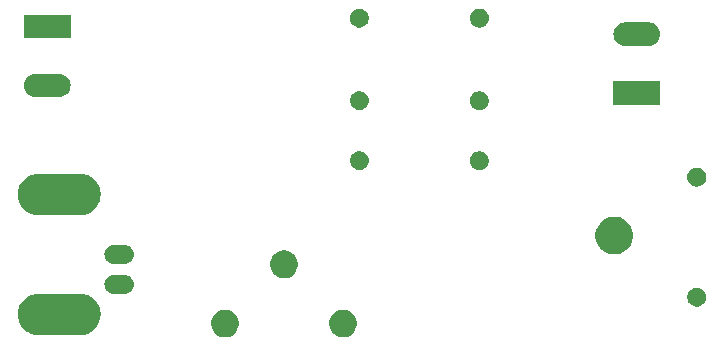
<source format=gbr>
G04 #@! TF.GenerationSoftware,KiCad,Pcbnew,5.0.2-bee76a0~70~ubuntu18.04.1*
G04 #@! TF.CreationDate,2019-02-20T20:53:16+00:00*
G04 #@! TF.ProjectId,led_driver,6c65645f-6472-4697-9665-722e6b696361,rev?*
G04 #@! TF.SameCoordinates,Original*
G04 #@! TF.FileFunction,Soldermask,Bot*
G04 #@! TF.FilePolarity,Negative*
%FSLAX46Y46*%
G04 Gerber Fmt 4.6, Leading zero omitted, Abs format (unit mm)*
G04 Created by KiCad (PCBNEW 5.0.2-bee76a0~70~ubuntu18.04.1) date Wed 20 Feb 2019 20:53:16 GMT*
%MOMM*%
%LPD*%
G01*
G04 APERTURE LIST*
%ADD10C,0.100000*%
G04 APERTURE END LIST*
D10*
G36*
X193284774Y-96474462D02*
X193497704Y-96562660D01*
X193689333Y-96690703D01*
X193852297Y-96853667D01*
X193980340Y-97045296D01*
X194068538Y-97258226D01*
X194113500Y-97484264D01*
X194113500Y-97714736D01*
X194068538Y-97940774D01*
X193980340Y-98153704D01*
X193852297Y-98345333D01*
X193689333Y-98508297D01*
X193497704Y-98636340D01*
X193284774Y-98724538D01*
X193058736Y-98769500D01*
X192828264Y-98769500D01*
X192602226Y-98724538D01*
X192389296Y-98636340D01*
X192197667Y-98508297D01*
X192034703Y-98345333D01*
X191906660Y-98153704D01*
X191818462Y-97940774D01*
X191773500Y-97714736D01*
X191773500Y-97484264D01*
X191818462Y-97258226D01*
X191906660Y-97045296D01*
X192034703Y-96853667D01*
X192197667Y-96690703D01*
X192389296Y-96562660D01*
X192602226Y-96474462D01*
X192828264Y-96429500D01*
X193058736Y-96429500D01*
X193284774Y-96474462D01*
X193284774Y-96474462D01*
G37*
G36*
X183284774Y-96474462D02*
X183497704Y-96562660D01*
X183689333Y-96690703D01*
X183852297Y-96853667D01*
X183980340Y-97045296D01*
X184068538Y-97258226D01*
X184113500Y-97484264D01*
X184113500Y-97714736D01*
X184068538Y-97940774D01*
X183980340Y-98153704D01*
X183852297Y-98345333D01*
X183689333Y-98508297D01*
X183497704Y-98636340D01*
X183284774Y-98724538D01*
X183058736Y-98769500D01*
X182828264Y-98769500D01*
X182602226Y-98724538D01*
X182389296Y-98636340D01*
X182197667Y-98508297D01*
X182034703Y-98345333D01*
X181906660Y-98153704D01*
X181818462Y-97940774D01*
X181773500Y-97714736D01*
X181773500Y-97484264D01*
X181818462Y-97258226D01*
X181906660Y-97045296D01*
X182034703Y-96853667D01*
X182197667Y-96690703D01*
X182389296Y-96562660D01*
X182602226Y-96474462D01*
X182828264Y-96429500D01*
X183058736Y-96429500D01*
X183284774Y-96474462D01*
X183284774Y-96474462D01*
G37*
G36*
X170831665Y-95095940D02*
X171003060Y-95112821D01*
X171222977Y-95179532D01*
X171332937Y-95212888D01*
X171492553Y-95298205D01*
X171636952Y-95375388D01*
X171903424Y-95594076D01*
X172122112Y-95860548D01*
X172136236Y-95886973D01*
X172284612Y-96164563D01*
X172317968Y-96274523D01*
X172384679Y-96494440D01*
X172418467Y-96837500D01*
X172384679Y-97180560D01*
X172361119Y-97258226D01*
X172284612Y-97510437D01*
X172197753Y-97672937D01*
X172122112Y-97814452D01*
X171903424Y-98080924D01*
X171636952Y-98299612D01*
X171551414Y-98345333D01*
X171332937Y-98462112D01*
X171222977Y-98495468D01*
X171003060Y-98562179D01*
X170831665Y-98579060D01*
X170745969Y-98587500D01*
X167074031Y-98587500D01*
X166988335Y-98579060D01*
X166816940Y-98562179D01*
X166597023Y-98495468D01*
X166487063Y-98462112D01*
X166268586Y-98345333D01*
X166183048Y-98299612D01*
X165916576Y-98080924D01*
X165697888Y-97814452D01*
X165622247Y-97672937D01*
X165535388Y-97510437D01*
X165458881Y-97258226D01*
X165435321Y-97180560D01*
X165401533Y-96837500D01*
X165435321Y-96494440D01*
X165502032Y-96274523D01*
X165535388Y-96164563D01*
X165683764Y-95886973D01*
X165697888Y-95860548D01*
X165916576Y-95594076D01*
X166183048Y-95375388D01*
X166327447Y-95298205D01*
X166487063Y-95212888D01*
X166597023Y-95179532D01*
X166816940Y-95112821D01*
X166988335Y-95095940D01*
X167074031Y-95087500D01*
X170745969Y-95087500D01*
X170831665Y-95095940D01*
X170831665Y-95095940D01*
G37*
G36*
X223118352Y-94607743D02*
X223263941Y-94668048D01*
X223394973Y-94755601D01*
X223506399Y-94867027D01*
X223593952Y-94998059D01*
X223654257Y-95143648D01*
X223685000Y-95298205D01*
X223685000Y-95455795D01*
X223654257Y-95610352D01*
X223593952Y-95755941D01*
X223506399Y-95886973D01*
X223394973Y-95998399D01*
X223263941Y-96085952D01*
X223118352Y-96146257D01*
X222963795Y-96177000D01*
X222806205Y-96177000D01*
X222651648Y-96146257D01*
X222506059Y-96085952D01*
X222375027Y-95998399D01*
X222263601Y-95886973D01*
X222176048Y-95755941D01*
X222115743Y-95610352D01*
X222085000Y-95455795D01*
X222085000Y-95298205D01*
X222115743Y-95143648D01*
X222176048Y-94998059D01*
X222263601Y-94867027D01*
X222375027Y-94755601D01*
X222506059Y-94668048D01*
X222651648Y-94607743D01*
X222806205Y-94577000D01*
X222963795Y-94577000D01*
X223118352Y-94607743D01*
X223118352Y-94607743D01*
G37*
G36*
X174557649Y-93505217D02*
X174596827Y-93509076D01*
X174672228Y-93531949D01*
X174747629Y-93554821D01*
X174886608Y-93629108D01*
X175008422Y-93729078D01*
X175108392Y-93850892D01*
X175182679Y-93989871D01*
X175228424Y-94140674D01*
X175243870Y-94297500D01*
X175228424Y-94454326D01*
X175182679Y-94605129D01*
X175108392Y-94744108D01*
X175008422Y-94865922D01*
X174886608Y-94965892D01*
X174747629Y-95040179D01*
X174672228Y-95063051D01*
X174596827Y-95085924D01*
X174580825Y-95087500D01*
X174479295Y-95097500D01*
X173500705Y-95097500D01*
X173399175Y-95087500D01*
X173383173Y-95085924D01*
X173307772Y-95063051D01*
X173232371Y-95040179D01*
X173093392Y-94965892D01*
X172971578Y-94865922D01*
X172871608Y-94744108D01*
X172797321Y-94605129D01*
X172751576Y-94454326D01*
X172736130Y-94297500D01*
X172751576Y-94140674D01*
X172797321Y-93989871D01*
X172871608Y-93850892D01*
X172971578Y-93729078D01*
X173093392Y-93629108D01*
X173232371Y-93554821D01*
X173307772Y-93531949D01*
X173383173Y-93509076D01*
X173422351Y-93505217D01*
X173500705Y-93497500D01*
X174479295Y-93497500D01*
X174557649Y-93505217D01*
X174557649Y-93505217D01*
G37*
G36*
X188284774Y-91474462D02*
X188497704Y-91562660D01*
X188689333Y-91690703D01*
X188852297Y-91853667D01*
X188980340Y-92045296D01*
X189068538Y-92258226D01*
X189113500Y-92484264D01*
X189113500Y-92714736D01*
X189068538Y-92940774D01*
X188980340Y-93153704D01*
X188852297Y-93345333D01*
X188689333Y-93508297D01*
X188497704Y-93636340D01*
X188284774Y-93724538D01*
X188058736Y-93769500D01*
X187828264Y-93769500D01*
X187602226Y-93724538D01*
X187389296Y-93636340D01*
X187197667Y-93508297D01*
X187034703Y-93345333D01*
X186906660Y-93153704D01*
X186818462Y-92940774D01*
X186773500Y-92714736D01*
X186773500Y-92484264D01*
X186818462Y-92258226D01*
X186906660Y-92045296D01*
X187034703Y-91853667D01*
X187197667Y-91690703D01*
X187389296Y-91562660D01*
X187602226Y-91474462D01*
X187828264Y-91429500D01*
X188058736Y-91429500D01*
X188284774Y-91474462D01*
X188284774Y-91474462D01*
G37*
G36*
X174557649Y-90965217D02*
X174596827Y-90969076D01*
X174672227Y-90991948D01*
X174747629Y-91014821D01*
X174886608Y-91089108D01*
X175008422Y-91189078D01*
X175108392Y-91310892D01*
X175182679Y-91449871D01*
X175228424Y-91600674D01*
X175243870Y-91757500D01*
X175228424Y-91914326D01*
X175182679Y-92065129D01*
X175108392Y-92204108D01*
X175008422Y-92325922D01*
X174886608Y-92425892D01*
X174747629Y-92500179D01*
X174672228Y-92523051D01*
X174596827Y-92545924D01*
X174557649Y-92549783D01*
X174479295Y-92557500D01*
X173500705Y-92557500D01*
X173422351Y-92549783D01*
X173383173Y-92545924D01*
X173307772Y-92523051D01*
X173232371Y-92500179D01*
X173093392Y-92425892D01*
X172971578Y-92325922D01*
X172871608Y-92204108D01*
X172797321Y-92065129D01*
X172751576Y-91914326D01*
X172736130Y-91757500D01*
X172751576Y-91600674D01*
X172797321Y-91449871D01*
X172871608Y-91310892D01*
X172971578Y-91189078D01*
X173093392Y-91089108D01*
X173232371Y-91014821D01*
X173307773Y-90991948D01*
X173383173Y-90969076D01*
X173422351Y-90965217D01*
X173500705Y-90957500D01*
X174479295Y-90957500D01*
X174557649Y-90965217D01*
X174557649Y-90965217D01*
G37*
G36*
X216366703Y-88631486D02*
X216657883Y-88752097D01*
X216919944Y-88927201D01*
X217142799Y-89150056D01*
X217317903Y-89412117D01*
X217438514Y-89703297D01*
X217500000Y-90012412D01*
X217500000Y-90327588D01*
X217438514Y-90636703D01*
X217317903Y-90927883D01*
X217142799Y-91189944D01*
X216919944Y-91412799D01*
X216657883Y-91587903D01*
X216366703Y-91708514D01*
X216057588Y-91770000D01*
X215742412Y-91770000D01*
X215433297Y-91708514D01*
X215142117Y-91587903D01*
X214880056Y-91412799D01*
X214657201Y-91189944D01*
X214482097Y-90927883D01*
X214361486Y-90636703D01*
X214300000Y-90327588D01*
X214300000Y-90012412D01*
X214361486Y-89703297D01*
X214482097Y-89412117D01*
X214657201Y-89150056D01*
X214880056Y-88927201D01*
X215142117Y-88752097D01*
X215433297Y-88631486D01*
X215742412Y-88570000D01*
X216057588Y-88570000D01*
X216366703Y-88631486D01*
X216366703Y-88631486D01*
G37*
G36*
X170831665Y-84935940D02*
X171003060Y-84952821D01*
X171222977Y-85019532D01*
X171332937Y-85052888D01*
X171495437Y-85139747D01*
X171636952Y-85215388D01*
X171636954Y-85215389D01*
X171636953Y-85215389D01*
X171903424Y-85434076D01*
X172122111Y-85700547D01*
X172284612Y-86004563D01*
X172317968Y-86114523D01*
X172384679Y-86334440D01*
X172418467Y-86677500D01*
X172384679Y-87020560D01*
X172317968Y-87240477D01*
X172284612Y-87350437D01*
X172197753Y-87512937D01*
X172122112Y-87654452D01*
X171903424Y-87920924D01*
X171636952Y-88139612D01*
X171495437Y-88215253D01*
X171332937Y-88302112D01*
X171222977Y-88335468D01*
X171003060Y-88402179D01*
X170831665Y-88419060D01*
X170745969Y-88427500D01*
X167074031Y-88427500D01*
X166988335Y-88419060D01*
X166816940Y-88402179D01*
X166597023Y-88335468D01*
X166487063Y-88302112D01*
X166324563Y-88215253D01*
X166183048Y-88139612D01*
X165916576Y-87920924D01*
X165697888Y-87654452D01*
X165622247Y-87512937D01*
X165535388Y-87350437D01*
X165502032Y-87240477D01*
X165435321Y-87020560D01*
X165401533Y-86677500D01*
X165435321Y-86334440D01*
X165502032Y-86114523D01*
X165535388Y-86004563D01*
X165697889Y-85700547D01*
X165916576Y-85434076D01*
X166183047Y-85215389D01*
X166183046Y-85215389D01*
X166183048Y-85215388D01*
X166324563Y-85139747D01*
X166487063Y-85052888D01*
X166597023Y-85019532D01*
X166816940Y-84952821D01*
X166988335Y-84935940D01*
X167074031Y-84927500D01*
X170745969Y-84927500D01*
X170831665Y-84935940D01*
X170831665Y-84935940D01*
G37*
G36*
X223002649Y-84424717D02*
X223041827Y-84428576D01*
X223084105Y-84441401D01*
X223192629Y-84474321D01*
X223331608Y-84548608D01*
X223453422Y-84648578D01*
X223553392Y-84770392D01*
X223627679Y-84909371D01*
X223673424Y-85060174D01*
X223688870Y-85217000D01*
X223673424Y-85373826D01*
X223627679Y-85524629D01*
X223553392Y-85663608D01*
X223453422Y-85785422D01*
X223331608Y-85885392D01*
X223192629Y-85959679D01*
X223117228Y-85982551D01*
X223041827Y-86005424D01*
X223002649Y-86009283D01*
X222924295Y-86017000D01*
X222845705Y-86017000D01*
X222767351Y-86009283D01*
X222728173Y-86005424D01*
X222652772Y-85982551D01*
X222577371Y-85959679D01*
X222438392Y-85885392D01*
X222316578Y-85785422D01*
X222216608Y-85663608D01*
X222142321Y-85524629D01*
X222096576Y-85373826D01*
X222081130Y-85217000D01*
X222096576Y-85060174D01*
X222142321Y-84909371D01*
X222216608Y-84770392D01*
X222316578Y-84648578D01*
X222438392Y-84548608D01*
X222577371Y-84474321D01*
X222685895Y-84441401D01*
X222728173Y-84428576D01*
X222767351Y-84424717D01*
X222845705Y-84417000D01*
X222924295Y-84417000D01*
X223002649Y-84424717D01*
X223002649Y-84424717D01*
G37*
G36*
X194427649Y-83027717D02*
X194466827Y-83031576D01*
X194530012Y-83050743D01*
X194617629Y-83077321D01*
X194756608Y-83151608D01*
X194878422Y-83251578D01*
X194978392Y-83373392D01*
X195052679Y-83512371D01*
X195098424Y-83663174D01*
X195113870Y-83820000D01*
X195098424Y-83976826D01*
X195052679Y-84127629D01*
X194978392Y-84266608D01*
X194878422Y-84388422D01*
X194756608Y-84488392D01*
X194617629Y-84562679D01*
X194542227Y-84585552D01*
X194466827Y-84608424D01*
X194427649Y-84612283D01*
X194349295Y-84620000D01*
X194270705Y-84620000D01*
X194192351Y-84612283D01*
X194153173Y-84608424D01*
X194077773Y-84585552D01*
X194002371Y-84562679D01*
X193863392Y-84488392D01*
X193741578Y-84388422D01*
X193641608Y-84266608D01*
X193567321Y-84127629D01*
X193521576Y-83976826D01*
X193506130Y-83820000D01*
X193521576Y-83663174D01*
X193567321Y-83512371D01*
X193641608Y-83373392D01*
X193741578Y-83251578D01*
X193863392Y-83151608D01*
X194002371Y-83077321D01*
X194089988Y-83050743D01*
X194153173Y-83031576D01*
X194192351Y-83027717D01*
X194270705Y-83020000D01*
X194349295Y-83020000D01*
X194427649Y-83027717D01*
X194427649Y-83027717D01*
G37*
G36*
X204703352Y-83050743D02*
X204848941Y-83111048D01*
X204979973Y-83198601D01*
X205091399Y-83310027D01*
X205178952Y-83441059D01*
X205239257Y-83586648D01*
X205270000Y-83741205D01*
X205270000Y-83898795D01*
X205239257Y-84053352D01*
X205178952Y-84198941D01*
X205091399Y-84329973D01*
X204979973Y-84441399D01*
X204848941Y-84528952D01*
X204703352Y-84589257D01*
X204548795Y-84620000D01*
X204391205Y-84620000D01*
X204236648Y-84589257D01*
X204091059Y-84528952D01*
X203960027Y-84441399D01*
X203848601Y-84329973D01*
X203761048Y-84198941D01*
X203700743Y-84053352D01*
X203670000Y-83898795D01*
X203670000Y-83741205D01*
X203700743Y-83586648D01*
X203761048Y-83441059D01*
X203848601Y-83310027D01*
X203960027Y-83198601D01*
X204091059Y-83111048D01*
X204236648Y-83050743D01*
X204391205Y-83020000D01*
X204548795Y-83020000D01*
X204703352Y-83050743D01*
X204703352Y-83050743D01*
G37*
G36*
X194427649Y-77947717D02*
X194466827Y-77951576D01*
X194530012Y-77970743D01*
X194617629Y-77997321D01*
X194756608Y-78071608D01*
X194878422Y-78171578D01*
X194978392Y-78293392D01*
X195052679Y-78432371D01*
X195098424Y-78583174D01*
X195113870Y-78740000D01*
X195098424Y-78896826D01*
X195052679Y-79047629D01*
X194978392Y-79186608D01*
X194878422Y-79308422D01*
X194756608Y-79408392D01*
X194617629Y-79482679D01*
X194542227Y-79505552D01*
X194466827Y-79528424D01*
X194427649Y-79532283D01*
X194349295Y-79540000D01*
X194270705Y-79540000D01*
X194192351Y-79532283D01*
X194153173Y-79528424D01*
X194077772Y-79505551D01*
X194002371Y-79482679D01*
X193863392Y-79408392D01*
X193741578Y-79308422D01*
X193641608Y-79186608D01*
X193567321Y-79047629D01*
X193521576Y-78896826D01*
X193506130Y-78740000D01*
X193521576Y-78583174D01*
X193567321Y-78432371D01*
X193641608Y-78293392D01*
X193741578Y-78171578D01*
X193863392Y-78071608D01*
X194002371Y-77997321D01*
X194089988Y-77970743D01*
X194153173Y-77951576D01*
X194192351Y-77947717D01*
X194270705Y-77940000D01*
X194349295Y-77940000D01*
X194427649Y-77947717D01*
X194427649Y-77947717D01*
G37*
G36*
X204703352Y-77970743D02*
X204848941Y-78031048D01*
X204979973Y-78118601D01*
X205091399Y-78230027D01*
X205178952Y-78361059D01*
X205239257Y-78506648D01*
X205270000Y-78661205D01*
X205270000Y-78818795D01*
X205239257Y-78973352D01*
X205178952Y-79118941D01*
X205091399Y-79249973D01*
X204979973Y-79361399D01*
X204848941Y-79448952D01*
X204703352Y-79509257D01*
X204548795Y-79540000D01*
X204391205Y-79540000D01*
X204236648Y-79509257D01*
X204091059Y-79448952D01*
X203960027Y-79361399D01*
X203848601Y-79249973D01*
X203761048Y-79118941D01*
X203700743Y-78973352D01*
X203670000Y-78818795D01*
X203670000Y-78661205D01*
X203700743Y-78506648D01*
X203761048Y-78361059D01*
X203848601Y-78230027D01*
X203960027Y-78118601D01*
X204091059Y-78031048D01*
X204236648Y-77970743D01*
X204391205Y-77940000D01*
X204548795Y-77940000D01*
X204703352Y-77970743D01*
X204703352Y-77970743D01*
G37*
G36*
X219785000Y-79095000D02*
X215825000Y-79095000D01*
X215825000Y-77115000D01*
X219785000Y-77115000D01*
X219785000Y-79095000D01*
X219785000Y-79095000D01*
G37*
G36*
X169078070Y-76477824D02*
X169078073Y-76477825D01*
X169078074Y-76477825D01*
X169264690Y-76534434D01*
X169436676Y-76626362D01*
X169587423Y-76750077D01*
X169711138Y-76900824D01*
X169798930Y-77065073D01*
X169803065Y-77072808D01*
X169859676Y-77259430D01*
X169878790Y-77453500D01*
X169859676Y-77647570D01*
X169859675Y-77647573D01*
X169859675Y-77647574D01*
X169803066Y-77834190D01*
X169711138Y-78006176D01*
X169587423Y-78156923D01*
X169436676Y-78280638D01*
X169264690Y-78372566D01*
X169078074Y-78429175D01*
X169078073Y-78429175D01*
X169078070Y-78429176D01*
X168932636Y-78443500D01*
X166855364Y-78443500D01*
X166709930Y-78429176D01*
X166709927Y-78429175D01*
X166709926Y-78429175D01*
X166523310Y-78372566D01*
X166351324Y-78280638D01*
X166200577Y-78156923D01*
X166076862Y-78006176D01*
X165984934Y-77834190D01*
X165928325Y-77647574D01*
X165928325Y-77647573D01*
X165928324Y-77647570D01*
X165909210Y-77453500D01*
X165928324Y-77259430D01*
X165984935Y-77072808D01*
X165989070Y-77065073D01*
X166076862Y-76900824D01*
X166200577Y-76750077D01*
X166351324Y-76626362D01*
X166523310Y-76534434D01*
X166709926Y-76477825D01*
X166709927Y-76477825D01*
X166709930Y-76477824D01*
X166855364Y-76463500D01*
X168932636Y-76463500D01*
X169078070Y-76477824D01*
X169078070Y-76477824D01*
G37*
G36*
X218989070Y-72129324D02*
X218989073Y-72129325D01*
X218989074Y-72129325D01*
X219175690Y-72185934D01*
X219347676Y-72277862D01*
X219498423Y-72401577D01*
X219622138Y-72552324D01*
X219709930Y-72716573D01*
X219714065Y-72724308D01*
X219770676Y-72910930D01*
X219789790Y-73105000D01*
X219770676Y-73299070D01*
X219770675Y-73299073D01*
X219770675Y-73299074D01*
X219714066Y-73485690D01*
X219622138Y-73657676D01*
X219498423Y-73808423D01*
X219347676Y-73932138D01*
X219175690Y-74024066D01*
X218989074Y-74080675D01*
X218989073Y-74080675D01*
X218989070Y-74080676D01*
X218843636Y-74095000D01*
X216766364Y-74095000D01*
X216620930Y-74080676D01*
X216620927Y-74080675D01*
X216620926Y-74080675D01*
X216434310Y-74024066D01*
X216262324Y-73932138D01*
X216111577Y-73808423D01*
X215987862Y-73657676D01*
X215895934Y-73485690D01*
X215839325Y-73299074D01*
X215839325Y-73299073D01*
X215839324Y-73299070D01*
X215820210Y-73105000D01*
X215839324Y-72910930D01*
X215895935Y-72724308D01*
X215900070Y-72716573D01*
X215987862Y-72552324D01*
X216111577Y-72401577D01*
X216262324Y-72277862D01*
X216434310Y-72185934D01*
X216620926Y-72129325D01*
X216620927Y-72129325D01*
X216620930Y-72129324D01*
X216766364Y-72115000D01*
X218843636Y-72115000D01*
X218989070Y-72129324D01*
X218989070Y-72129324D01*
G37*
G36*
X169874000Y-73443500D02*
X165914000Y-73443500D01*
X165914000Y-71463500D01*
X169874000Y-71463500D01*
X169874000Y-73443500D01*
X169874000Y-73443500D01*
G37*
G36*
X204587649Y-70962717D02*
X204626827Y-70966576D01*
X204690012Y-70985743D01*
X204777629Y-71012321D01*
X204916608Y-71086608D01*
X205038422Y-71186578D01*
X205138392Y-71308392D01*
X205212679Y-71447371D01*
X205258424Y-71598174D01*
X205273870Y-71755000D01*
X205258424Y-71911826D01*
X205212679Y-72062629D01*
X205138392Y-72201608D01*
X205038422Y-72323422D01*
X204916608Y-72423392D01*
X204777629Y-72497679D01*
X204702228Y-72520551D01*
X204626827Y-72543424D01*
X204587649Y-72547283D01*
X204509295Y-72555000D01*
X204430705Y-72555000D01*
X204352351Y-72547283D01*
X204313173Y-72543424D01*
X204237773Y-72520552D01*
X204162371Y-72497679D01*
X204023392Y-72423392D01*
X203901578Y-72323422D01*
X203801608Y-72201608D01*
X203727321Y-72062629D01*
X203681576Y-71911826D01*
X203666130Y-71755000D01*
X203681576Y-71598174D01*
X203727321Y-71447371D01*
X203801608Y-71308392D01*
X203901578Y-71186578D01*
X204023392Y-71086608D01*
X204162371Y-71012321D01*
X204249988Y-70985743D01*
X204313173Y-70966576D01*
X204352351Y-70962717D01*
X204430705Y-70955000D01*
X204509295Y-70955000D01*
X204587649Y-70962717D01*
X204587649Y-70962717D01*
G37*
G36*
X194543352Y-70985743D02*
X194688941Y-71046048D01*
X194819973Y-71133601D01*
X194931399Y-71245027D01*
X195018952Y-71376059D01*
X195079257Y-71521648D01*
X195110000Y-71676205D01*
X195110000Y-71833795D01*
X195079257Y-71988352D01*
X195018952Y-72133941D01*
X194931399Y-72264973D01*
X194819973Y-72376399D01*
X194688941Y-72463952D01*
X194543352Y-72524257D01*
X194388795Y-72555000D01*
X194231205Y-72555000D01*
X194076648Y-72524257D01*
X193931059Y-72463952D01*
X193800027Y-72376399D01*
X193688601Y-72264973D01*
X193601048Y-72133941D01*
X193540743Y-71988352D01*
X193510000Y-71833795D01*
X193510000Y-71676205D01*
X193540743Y-71521648D01*
X193601048Y-71376059D01*
X193688601Y-71245027D01*
X193800027Y-71133601D01*
X193931059Y-71046048D01*
X194076648Y-70985743D01*
X194231205Y-70955000D01*
X194388795Y-70955000D01*
X194543352Y-70985743D01*
X194543352Y-70985743D01*
G37*
M02*

</source>
